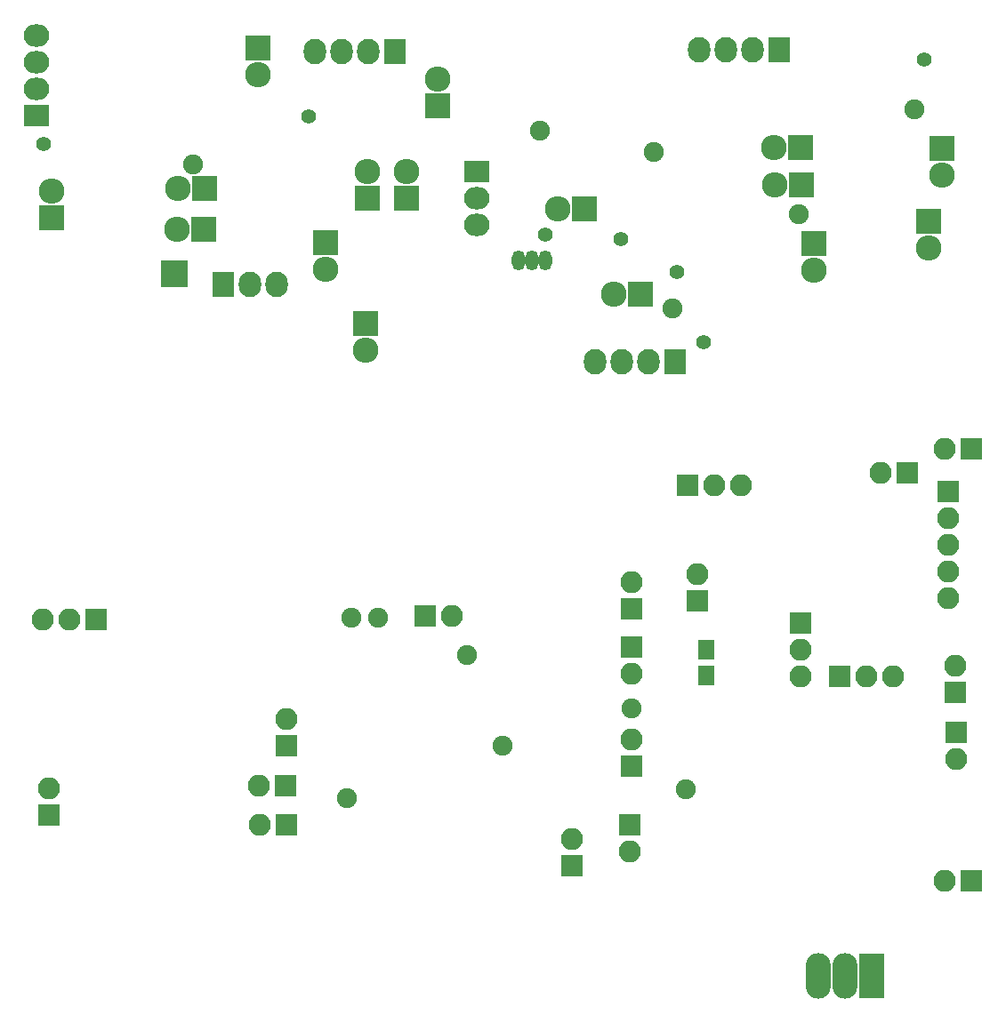
<source format=gbr>
G04 #@! TF.FileFunction,Soldermask,Bot*
%FSLAX46Y46*%
G04 Gerber Fmt 4.6, Leading zero omitted, Abs format (unit mm)*
G04 Created by KiCad (PCBNEW 4.0.6) date 05/22/17 17:46:35*
%MOMM*%
%LPD*%
G01*
G04 APERTURE LIST*
%ADD10C,0.100000*%
%ADD11R,2.432000X2.432000*%
%ADD12O,2.432000X2.432000*%
%ADD13C,1.900000*%
%ADD14O,1.299160X1.901140*%
%ADD15C,1.400000*%
%ADD16R,2.635200X2.635200*%
%ADD17R,2.127200X2.432000*%
%ADD18O,2.127200X2.432000*%
%ADD19R,2.432000X2.127200*%
%ADD20O,2.432000X2.127200*%
%ADD21R,2.100000X2.100000*%
%ADD22O,2.100000X2.100000*%
%ADD23R,2.380000X4.360000*%
%ADD24O,2.380000X4.360000*%
%ADD25R,1.650000X1.900000*%
G04 APERTURE END LIST*
D10*
D11*
X106810000Y-51200000D03*
D12*
X106810000Y-48660000D03*
D13*
X90250000Y-48030000D03*
X123280000Y-44780000D03*
X134110000Y-46770000D03*
X135860000Y-61700000D03*
X158860000Y-42710000D03*
X147880000Y-52700000D03*
D14*
X122470000Y-57120000D03*
X123740000Y-57120000D03*
X121200000Y-57120000D03*
D15*
X75990000Y-46080000D03*
X159820000Y-38000000D03*
X138860000Y-64900000D03*
X123800000Y-54670000D03*
X130970000Y-55130000D03*
X136320000Y-58280000D03*
X101230000Y-43400000D03*
D16*
X88470300Y-58369900D03*
D17*
X109460000Y-37240000D03*
D18*
X106920000Y-37240000D03*
X104380000Y-37240000D03*
X101840000Y-37240000D03*
D17*
X145990000Y-37080000D03*
D18*
X143450000Y-37080000D03*
X140910000Y-37080000D03*
X138370000Y-37080000D03*
D17*
X93120000Y-59430000D03*
D18*
X95660000Y-59430000D03*
X98200000Y-59430000D03*
D19*
X117220000Y-48680000D03*
D20*
X117220000Y-51220000D03*
X117220000Y-53760000D03*
D11*
X110550000Y-51230000D03*
D12*
X110550000Y-48690000D03*
D11*
X148090000Y-46390000D03*
D12*
X145550000Y-46390000D03*
D11*
X148110000Y-49970000D03*
D12*
X145570000Y-49970000D03*
D11*
X132860000Y-60320000D03*
D12*
X130320000Y-60320000D03*
D11*
X102820000Y-55430000D03*
D12*
X102820000Y-57970000D03*
D11*
X161500000Y-46470000D03*
D12*
X161500000Y-49010000D03*
D11*
X127460000Y-52220000D03*
D12*
X124920000Y-52220000D03*
D11*
X91292240Y-54191600D03*
D12*
X88752240Y-54191600D03*
D11*
X91373520Y-50290160D03*
D12*
X88833520Y-50290160D03*
D11*
X149290000Y-55550000D03*
D12*
X149290000Y-58090000D03*
D11*
X106680000Y-63120000D03*
D12*
X106680000Y-65660000D03*
D11*
X160260000Y-53390000D03*
D12*
X160260000Y-55930000D03*
D11*
X76793920Y-53033360D03*
D12*
X76793920Y-50493360D03*
D11*
X113540000Y-42370000D03*
D12*
X113540000Y-39830000D03*
D11*
X96410000Y-36940000D03*
D12*
X96410000Y-39480000D03*
D19*
X75360000Y-43310000D03*
D20*
X75360000Y-40770000D03*
X75360000Y-38230000D03*
X75360000Y-35690000D03*
D17*
X136100000Y-66810000D03*
D18*
X133560000Y-66810000D03*
X131020000Y-66810000D03*
X128480000Y-66810000D03*
D21*
X131944300Y-105351400D03*
D22*
X131944300Y-102811400D03*
D21*
X131944300Y-90301900D03*
D22*
X131944300Y-87761900D03*
D21*
X99102100Y-110901300D03*
D22*
X96562100Y-110901300D03*
D21*
X99076700Y-107180200D03*
D22*
X96536700Y-107180200D03*
D21*
X131779200Y-110939400D03*
D22*
X131779200Y-113479400D03*
D13*
X116348700Y-94721500D03*
X107839700Y-91165500D03*
X131944300Y-99814200D03*
X105312400Y-91152800D03*
X119739600Y-103370200D03*
X104893300Y-108374000D03*
D21*
X99089400Y-103344800D03*
D22*
X99089400Y-100804800D03*
D21*
X80966500Y-91330600D03*
D22*
X78426500Y-91330600D03*
X75886500Y-91330600D03*
D21*
X76534200Y-109986900D03*
D22*
X76534200Y-107446900D03*
D21*
X112348200Y-91000400D03*
D22*
X114888200Y-91000400D03*
D21*
X131944300Y-93997600D03*
D22*
X131944300Y-96537600D03*
D21*
X126267400Y-114825600D03*
D22*
X126267400Y-112285600D03*
D23*
X154793300Y-125279700D03*
D24*
X152253300Y-125279700D03*
X149713300Y-125279700D03*
D21*
X164343700Y-116211900D03*
D22*
X161803700Y-116211900D03*
D21*
X164343700Y-75089300D03*
D22*
X161803700Y-75089300D03*
D21*
X162832400Y-98279500D03*
D22*
X162832400Y-95739500D03*
D21*
X162108500Y-79166000D03*
D22*
X162108500Y-81706000D03*
X162108500Y-84246000D03*
X162108500Y-86786000D03*
X162108500Y-89326000D03*
D25*
X139105300Y-94203600D03*
X139105300Y-96703600D03*
D21*
X148095300Y-91683600D03*
D22*
X148095300Y-94223600D03*
X148095300Y-96763600D03*
D21*
X158196900Y-77400700D03*
D22*
X155656900Y-77400700D03*
D21*
X138215300Y-89553600D03*
D22*
X138215300Y-87013600D03*
D21*
X162845100Y-102114900D03*
D22*
X162845100Y-104654900D03*
D21*
X137295300Y-78553600D03*
D22*
X139835300Y-78553600D03*
X142375300Y-78553600D03*
D21*
X151821500Y-96768200D03*
D22*
X154361500Y-96768200D03*
X156901500Y-96768200D03*
D13*
X137125300Y-107493600D03*
M02*

</source>
